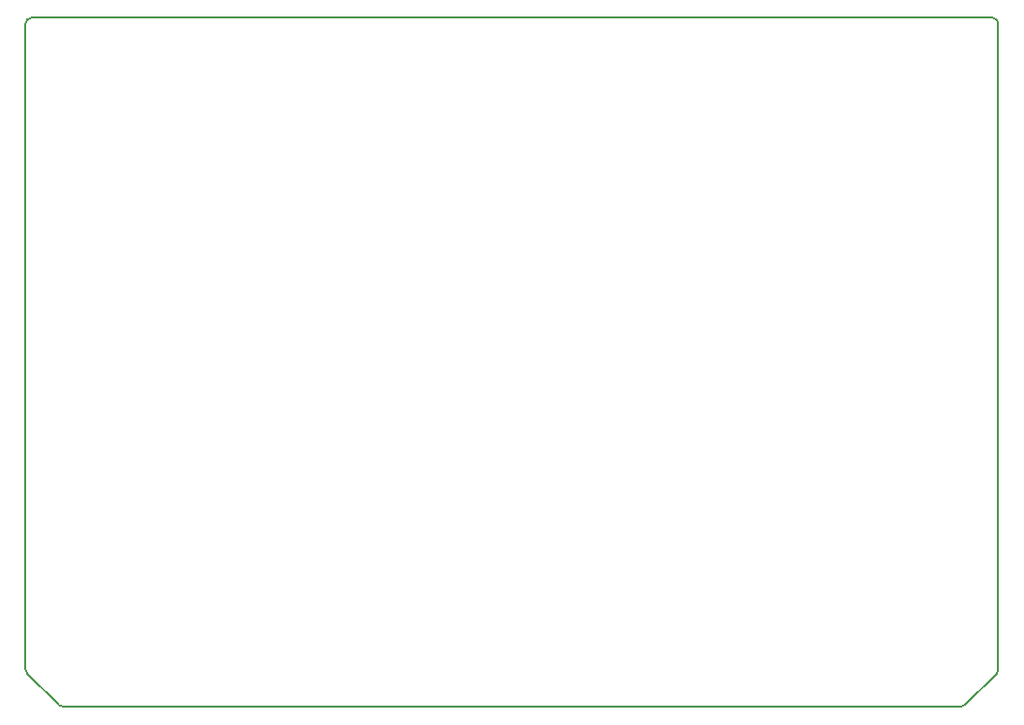
<source format=gm1>
G04 #@! TF.GenerationSoftware,KiCad,Pcbnew,(6.0.2)*
G04 #@! TF.CreationDate,2022-05-01T22:12:54+09:30*
G04 #@! TF.ProjectId,BSPD,42535044-2e6b-4696-9361-645f70636258,4*
G04 #@! TF.SameCoordinates,Original*
G04 #@! TF.FileFunction,Profile,NP*
%FSLAX46Y46*%
G04 Gerber Fmt 4.6, Leading zero omitted, Abs format (unit mm)*
G04 Created by KiCad (PCBNEW (6.0.2)) date 2022-05-01 22:12:54*
%MOMM*%
%LPD*%
G01*
G04 APERTURE LIST*
G04 #@! TA.AperFunction,Profile*
%ADD10C,0.200000*%
G04 #@! TD*
G04 APERTURE END LIST*
D10*
X96505107Y-114980434D02*
X175084893Y-114980434D01*
X93750000Y-54650434D02*
G75*
G03*
X93250000Y-55150434I1J-500001D01*
G01*
X93396447Y-112078880D02*
X96151554Y-114833987D01*
X178340000Y-55150434D02*
G75*
G03*
X177840000Y-54650434I-500001J-1D01*
G01*
X178193553Y-112078880D02*
G75*
G03*
X178339999Y-111725327I-353556J353553D01*
G01*
X175438446Y-114833987D02*
X178193553Y-112078880D01*
X175084893Y-114980434D02*
G75*
G03*
X175438446Y-114833987I-4J500008D01*
G01*
X178340000Y-111725327D02*
X178340000Y-55150434D01*
X177840000Y-54650434D02*
X93750000Y-54650434D01*
X93250000Y-55150434D02*
X93250000Y-111725327D01*
X93250000Y-111725327D02*
G75*
G03*
X93396447Y-112078880I500008J4D01*
G01*
X96151554Y-114833987D02*
G75*
G03*
X96505107Y-114980433I353553J353556D01*
G01*
M02*

</source>
